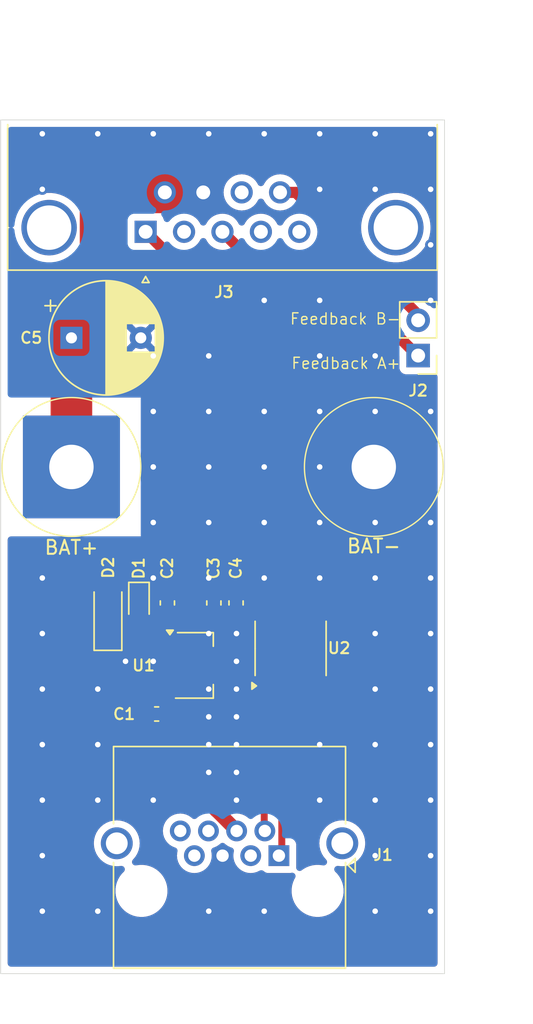
<source format=kicad_pcb>
(kicad_pcb (version 20240108) (generator "pcbnew") (generator_version "8.0")
  (layers (0 "F.Cu" signal) (31 "B.Cu" signal) (34 "B.Paste" user) (35 "F.Paste" user) (36 "B.SilkS" user "B.Silkscreen") (37 "F.SilkS" user "F.Silkscreen") (38 "B.Mask" user) (39 "F.Mask" user) (44 "Edge.Cuts" user))
  (net 0 "")
  (net 1 "GND")
  (net 2 "+3.3V")
  (net 3 "+12V")
  (net 4 "Net-(D1-K)")
  (net 5 "/diff+")
  (net 6 "/PWM_TTL")
  (net 7 "/diff-")
  (net 11 "/Pos_Feedback_A+")
  (net 12 "/Pos_Feedback_B-")
  (net 17 "/+UB")
  (net 18 "/CAN_H")
  (net 19 "/CAN_L")
  (net 20 "/CAN_H_Return")
  (net 21 "/CAN_L_Return")
  (footprint "Capacitor_THT:CP_Radial_D8.0mm_P5.00mm" (layer "F.Cu") (at 142.1 98.7)
    (property "Reference" "C5" (at -2.9 0 0) (layer "F.SilkS") (effects (font (size 0.8 0.8))))
    (property "Value" "100uF/50V")
    (fp_line (start -1.909698 -2.315) (end -1.109698 -2.315) (stroke (width 0.12)) (layer "F.SilkS"))
    (fp_line (start -1.509698 -2.715) (end -1.509698 -1.915) (stroke (width 0.12)) (layer "F.SilkS"))
    (fp_line (start 2.5 -4.08) (end 2.5 4.08) (stroke (width 0.12)) (layer "F.SilkS"))
    (fp_line (start 2.54 -4.08) (end 2.54 4.08) (stroke (width 0.12)) (layer "F.SilkS"))
    (fp_line (start 2.58 -4.08) (end 2.58 4.08) (stroke (width 0.12)) (layer "F.SilkS"))
    (fp_line (start 2.62 -4.079) (end 2.62 4.079) (stroke (width 0.12)) (layer "F.SilkS"))
    (fp_line (start 2.66 -4.077) (end 2.66 4.077) (stroke (width 0.12)) (layer "F.SilkS"))
    (fp_line (start 2.7 -4.076) (end 2.7 4.076) (stroke (width 0.12)) (layer "F.SilkS"))
    (fp_line (start 2.74 -4.074) (end 2.74 4.074) (stroke (width 0.12)) (layer "F.SilkS"))
    (fp_line (start 2.78 -4.071) (end 2.78 4.071) (stroke (width 0.12)) (layer "F.SilkS"))
    (fp_line (start 2.82 -4.068) (end 2.82 4.068) (stroke (width 0.12)) (layer "F.SilkS"))
    (fp_line (start 2.86 -4.065) (end 2.86 4.065) (stroke (width 0.12)) (layer "F.SilkS"))
    (fp_line (start 2.9 -4.061) (end 2.9 4.061) (stroke (width 0.12)) (layer "F.SilkS"))
    (fp_line (start 2.94 -4.057) (end 2.94 4.057) (stroke (width 0.12)) (layer "F.SilkS"))
    (fp_line (start 2.98 -4.052) (end 2.98 4.052) (stroke (width 0.12)) (layer "F.SilkS"))
    (fp_line (start 3.02 -4.048) (end 3.02 4.048) (stroke (width 0.12)) (layer "F.SilkS"))
    (fp_line (start 3.06 -4.042) (end 3.06 4.042) (stroke (width 0.12)) (layer "F.SilkS"))
    (fp_line (start 3.1 -4.037) (end 3.1 4.037) (stroke (width 0.12)) (layer "F.SilkS"))
    (fp_line (start 3.14 -4.03) (end 3.14 4.03) (stroke (width 0.12)) (layer "F.SilkS"))
    (fp_line (start 3.18 -4.024) (end 3.18 4.024) (stroke (width 0.12)) (layer "F.SilkS"))
    (fp_line (start 3.221 -4.017) (end 3.221 4.017) (stroke (width 0.12)) (layer "F.SilkS"))
    (fp_line (start 3.261 -4.01) (end 3.261 4.01) (stroke (width 0.12)) (layer "F.SilkS"))
    (fp_line (start 3.301 -4.002) (end 3.301 4.002) (stroke (width 0.12)) (layer "F.SilkS"))
    (fp_line (start 3.341 -3.994) (end 3.341 3.994) (stroke (width 0.12)) (layer "F.SilkS"))
    (fp_line (start 3.381 -3.985) (end 3.381 3.985) (stroke (width 0.12)) (layer "F.SilkS"))
    (fp_line (start 3.421 -3.976) (end 3.421 3.976) (stroke (width 0.12)) (layer "F.SilkS"))
    (fp_line (start 3.461 -3.967) (end 3.461 3.967) (stroke (width 0.12)) (layer "F.SilkS"))
    (fp_line (start 3.501 -3.957) (end 3.501 3.957) (stroke (width 0.12)) (layer "F.SilkS"))
    (fp_line (start 3.541 -3.947) (end 3.541 3.947) (stroke (width 0.12)) (layer "F.SilkS"))
    (fp_line (start 3.581 -3.936) (end 3.581 3.936) (stroke (width 0.12)) (layer "F.SilkS"))
    (fp_line (start 3.621 -3.925) (end 3.621 3.925) (stroke (width 0.12)) (layer "F.SilkS"))
    (fp_line (start 3.661 -3.914) (end 3.661 3.914) (stroke (width 0.12)) (layer "F.SilkS"))
    (fp_line (start 3.701 -3.902) (end 3.701 3.902) (stroke (width 0.12)) (layer "F.SilkS"))
    (fp_line (start 3.741 -3.889) (end 3.741 3.889) (stroke (width 0.12)) (layer "F.SilkS"))
    (fp_line (start 3.781 -3.877) (end 3.781 3.877) (stroke (width 0.12)) (layer "F.SilkS"))
    (fp_line (start 3.821 -3.863) (end 3.821 3.863) (stroke (width 0.12)) (layer "F.SilkS"))
    (fp_line (start 3.861 -3.85) (end 3.861 3.85) (stroke (width 0.12)) (layer "F.SilkS"))
    (fp_line (start 3.901 -3.835) (end 3.901 3.835) (stroke (width 0.12)) (layer "F.SilkS"))
    (fp_line (start 3.941 -3.821) (end 3.941 3.821) (stroke (width 0.12)) (layer "F.SilkS"))
    (fp_line (start 3.981 -3.805) (end 3.981 -1.04) (stroke (width 0.12)) (layer "F.SilkS"))
    (fp_line (start 3.981 1.04) (end 3.981 3.805) (stroke (width 0.12)) (layer "F.SilkS"))
    (fp_line (start 4.021 -3.79) (end 4.021 -1.04) (stroke (width 0.12)) (layer "F.SilkS"))
    (fp_line (start 4.021 1.04) (end 4.021 3.79) (stroke (width 0.12)) (layer "F.SilkS"))
    (fp_line (start 4.061 -3.774) (end 4.061 -1.04) (stroke (width 0.12)) (layer "F.SilkS"))
    (fp_line (start 4.061 1.04) (end 4.061 3.774) (stroke (width 0.12)) (layer "F.SilkS"))
    (fp_line (start 4.101 -3.757) (end 4.101 -1.04) (stroke (width 0.12)) (layer "F.SilkS"))
    (fp_line (start 4.101 1.04) (end 4.101 3.757) (stroke (width 0.12)) (layer "F.SilkS"))
    (fp_line (start 4.141 -3.74) (end 4.141 -1.04) (stroke (width 0.12)) (layer "F.SilkS"))
    (fp_line (start 4.141 1.04) (end 4.141 3.74) (stroke (width 0.12)) (layer "F.SilkS"))
    (fp_line (start 4.181 -3.722) (end 4.181 -1.04) (stroke (width 0.12)) (layer "F.SilkS"))
    (fp_line (start 4.181 1.04) (end 4.181 3.722) (stroke (width 0.12)) (layer "F.SilkS"))
    (fp_line (start 4.221 -3.704) (end 4.221 -1.04) (stroke (width 0.12)) (layer "F.SilkS"))
    (fp_line (start 4.221 1.04) (end 4.221 3.704) (stroke (width 0.12)) (layer "F.SilkS"))
    (fp_line (start 4.261 -3.686) (end 4.261 -1.04) (stroke (width 0.12)) (layer "F.SilkS"))
    (fp_line (start 4.261 1.04) (end 4.261 3.686) (stroke (width 0.12)) (layer "F.SilkS"))
    (fp_line (start 4.301 -3.666) (end 4.301 -1.04) (stroke (width 0.12)) (layer "F.SilkS"))
    (fp_line (start 4.301 1.04) (end 4.301 3.666) (stroke (width 0.12)) (layer "F.SilkS"))
    (fp_line (start 4.341 -3.647) (end 4.341 -1.04) (stroke (width 0.12)) (layer "F.SilkS"))
    (fp_line (start 4.341 1.04) (end 4.341 3.647) (stroke (width 0.12)) (layer "F.SilkS"))
    (fp_line (start 4.381 -3.627) (end 4.381 -1.04) (stroke (width 0.12)) (layer "F.SilkS"))
    (fp_line (start 4.381 1.04) (end 4.381 3.627) (stroke (width 0.12)) (layer "F.SilkS"))
    (fp_line (start 4.421 -3.606) (end 4.421 -1.04) (stroke (width 0.12)) (layer "F.SilkS"))
    (fp_line (start 4.421 1.04) (end 4.421 3.606) (stroke (width 0.12)) (layer "F.SilkS"))
    (fp_line (start 4.461 -3.584) (end 4.461 -1.04) (stroke (width 0.12)) (layer "F.SilkS"))
    (fp_line (start 4.461 1.04) (end 4.461 3.584) (stroke (width 0.12)) (layer "F.SilkS"))
    (fp_line (start 4.501 -3.562) (end 4.501 -1.04) (stroke (width 0.12)) (layer "F.SilkS"))
    (fp_line (start 4.501 1.04) (end 4.501 3.562) (stroke (width 0.12)) (layer "F.SilkS"))
    (fp_line (start 4.541 -3.54) (end 4.541 -1.04) (stroke (width 0.12)) (layer "F.SilkS"))
    (fp_line (start 4.541 1.04) (end 4.541 3.54) (stroke (width 0.12)) (layer "F.SilkS"))
    (fp_line (start 4.581 -3.517) (end 4.581 -1.04) (stroke (width 0.12)) (layer "F.SilkS"))
    (fp_line (start 4.581 1.04) (end 4.581 3.517) (stroke (width 0.12)) (layer "F.SilkS"))
    (fp_line (start 4.621 -3.493) (end 4.621 -1.04) (stroke (width 0.12)) (layer "F.SilkS"))
    (fp_line (start 4.621 1.04) (end 4.621 3.493) (stroke (width 0.12)) (layer "F.SilkS"))
    (fp_line (start 4.661 -3.469) (end 4.661 -1.04) (stroke (width 0.12)) (layer "F.SilkS"))
    (fp_line (start 4.661 1.04) (end 4.661 3.469) (stroke (width 0.12)) (layer "F.SilkS"))
    (fp_line (start 4.701 -3.444) (end 4.701 -1.04) (stroke (width 0.12)) (layer "F.SilkS"))
    (fp_line (start 4.701 1.04) (end 4.701 3.444) (stroke (width 0.12)) (layer "F.SilkS"))
    (fp_line (start 4.741 -3.418) (end 4.741 -1.04) (stroke (width 0.12)) (layer "F.SilkS"))
    (fp_line (start 4.741 1.04) (end 4.741 3.418) (stroke (width 0.12)) (layer "F.SilkS"))
    (fp_line (start 4.781 -3.392) (end 4.781 -1.04) (stroke (width 0.12)) (layer "F.SilkS"))
    (fp_line (start 4.781 1.04) (end 4.781 3.392) (stroke (width 0.12)) (layer "F.SilkS"))
    (fp_line (start 4.821 -3.365) (end 4.821 -1.04) (stroke (width 0.12)) (layer "F.SilkS"))
    (fp_line (start 4.821 1.04) (end 4.821 3.365) (stroke (width 0.12)) (layer "F.SilkS"))
    (fp_line (start 4.861 -3.338) (end 4.861 -1.04) (stroke (width 0.12)) (layer "F.SilkS"))
    (fp_line (start 4.861 1.04) (end 4.861 3.338) (stroke (width 0.12)) (layer "F.SilkS"))
    (fp_line (start 4.901 -3.309) (end 4.901 -1.04) (stroke (width 0.12)) (layer "F.SilkS"))
    (fp_line (start 4.901 1.04) (end 4.901 3.309) (stroke (width 0.12)) (layer "F.SilkS"))
    (fp_line (start 4.941 -3.28) (end 4.941 -1.04) (stroke (width 0.12)) (layer "F.SilkS"))
    (fp_line (start 4.941 1.04) (end 4.941 3.28) (stroke (width 0.12)) (layer "F.SilkS"))
    (fp_line (start 4.981 -3.25) (end 4.981 -1.04) (stroke (width 0.12)) (layer "F.SilkS"))
    (fp_line (start 4.981 1.04) (end 4.981 3.25) (stroke (width 0.12)) (layer "F.SilkS"))
    (fp_line (start 5.021 -3.22) (end 5.021 -1.04) (stroke (width 0.12)) (layer "F.SilkS"))
    (fp_line (start 5.021 1.04) (end 5.021 3.22) (stroke (width 0.12)) (layer "F.SilkS"))
    (fp_line (start 5.061 -3.189) (end 5.061 -1.04) (stroke (width 0.12)) (layer "F.SilkS"))
    (fp_line (start 5.061 1.04) (end 5.061 3.189) (stroke (width 0.12)) (layer "F.SilkS"))
    (fp_line (start 5.101 -3.156) (end 5.101 -1.04) (stroke (width 0.12)) (layer "F.SilkS"))
    (fp_line (start 5.101 1.04) (end 5.101 3.156) (stroke (width 0.12)) (layer "F.SilkS"))
    (fp_line (start 5.141 -3.124) (end 5.141 -1.04) (stroke (width 0.12)) (layer "F.SilkS"))
    (fp_line (start 5.141 1.04) (end 5.141 3.124) (stroke (width 0.12)) (layer "F.SilkS"))
    (fp_line (start 5.181 -3.09) (end 5.181 -1.04) (stroke (width 0.12)) (layer "F.SilkS"))
    (fp_line (start 5.181 1.04) (end 5.181 3.09) (stroke (width 0.12)) (layer "F.SilkS"))
    (fp_line (start 5.221 -3.055) (end 5.221 -1.04) (stroke (width 0.12)) (layer "F.SilkS"))
    (fp_line (start 5.221 1.04) (end 5.221 3.055) (stroke (width 0.12)) (layer "F.SilkS"))
    (fp_line (start 5.261 -3.019) (end 5.261 -1.04) (stroke (width 0.12)) (layer "F.SilkS"))
    (fp_line (start 5.261 1.04) (end 5.261 3.019) (stroke (width 0.12)) (layer "F.SilkS"))
    (fp_line (start 5.301 -2.983) (end 5.301 -1.04) (stroke (width 0.12)) (layer "F.SilkS"))
    (fp_line (start 5.301 1.04) (end 5.301 2.983) (stroke (width 0.12)) (layer "F.SilkS"))
    (fp_line (start 5.341 -2.945) (end 5.341 -1.04) (stroke (width 0.12)) (layer "F.SilkS"))
    (fp_line (start 5.341 1.04) (end 5.341 2.945) (stroke (width 0.12)) (layer "F.SilkS"))
    (fp_line (start 5.381 -2.907) (end 5.381 -1.04) (stroke (width 0.12)) (layer "F.SilkS"))
    (fp_line (start 5.381 1.04) (end 5.381 2.907) (stroke (width 0.12)) (layer "F.SilkS"))
    (fp_line (start 5.421 -2.867) (end 5.421 -1.04) (stroke (width 0.12)) (layer "F.SilkS"))
    (fp_line (start 5.421 1.04) (end 5.421 2.867) (stroke (width 0.12)) (layer "F.SilkS"))
    (fp_line (start 5.461 -2.826) (end 5.461 -1.04) (stroke (width 0.12)) (layer "F.SilkS"))
    (fp_line (start 5.461 1.04) (end 5.461 2.826) (stroke (width 0.12)) (layer "F.SilkS"))
    (fp_line (start 5.501 -2.784) (end 5.501 -1.04) (stroke (width 0.12)) (layer "F.SilkS"))
    (fp_line (start 5.501 1.04) (end 5.501 2.784) (stroke (width 0.12)) (layer "F.SilkS"))
    (fp_line (start 5.541 -2.741) (end 5.541 -1.04) (stroke (width 0.12)) (layer "F.SilkS"))
    (fp_line (start 5.541 1.04) (end 5.541 2.741) (stroke (width 0.12)) (layer "F.SilkS"))
    (fp_line (start 5.581 -2.697) (end 5.581 -1.04) (stroke (width 0.12)) (layer "F.SilkS"))
    (fp_line (start 5.581 1.04) (end 5.581 2.697) (stroke (width 0.12)) (layer "F.SilkS"))
    (fp_line (start 5.621 -2.651) (end 5.621 -1.04) (stroke (width 0.12)) (layer "F.SilkS"))
    (fp_line (start 5.621 1.04) (end 5.621 2.651) (stroke (width 0.12)) (layer "F.SilkS"))
    (fp_line (start 5.661 -2.604) (end 5.661 -1.04) (stroke (width 0.12)) (layer "F.SilkS"))
    (fp_line (start 5.661 1.04) (end 5.661 2.604) (stroke (width 0.12)) (layer "F.SilkS"))
    (fp_line (start 5.701 -2.556) (end 5.701 -1.04) (stroke (width 0.12)) (layer "F.SilkS"))
    (fp_line (start 5.701 1.04) (end 5.701 2.556) (stroke (width 0.12)) (layer "F.SilkS"))
    (fp_line (start 5.741 -2.505) (end 5.741 -1.04) (stroke (width 0.12)) (layer "F.SilkS"))
    (fp_line (start 5.741 1.04) (end 5.741 2.505) (stroke (width 0.12)) (layer "F.SilkS"))
    (fp_line (start 5.781 -2.454) (end 5.781 -1.04) (stroke (width 0.12)) (layer "F.SilkS"))
    (fp_line (start 5.781 1.04) (end 5.781 2.454) (stroke (width 0.12)) (layer "F.SilkS"))
    (fp_line (start 5.821 -2.4) (end 5.821 -1.04) (stroke (width 0.12)) (layer "F.SilkS"))
    (fp_line (start 5.821 1.04) (end 5.821 2.4) (stroke (width 0.12)) (layer "F.SilkS"))
    (fp_line (start 5.861 -2.345) (end 5.861 -1.04) (stroke (width 0.12)) (layer "F.SilkS"))
    (fp_line (start 5.861 1.04) (end 5.861 2.345) (stroke (width 0.12)) (layer "F.SilkS"))
    (fp_line (start 5.901 -2.287) (end 5.901 -1.04) (stroke (width 0.12)) (layer "F.SilkS"))
    (fp_line (start 5.901 1.04) (end 5.901 2.287) (stroke (width 0.12)) (layer "F.SilkS"))
    (fp_line (start 5.941 -2.228) (end 5.941 -1.04) (stroke (width 0.12)) (layer "F.SilkS"))
    (fp_line (start 5.941 1.04) (end 5.941 2.228) (stroke (width 0.12)) (layer "F.SilkS"))
    (fp_line (start 5.981 -2.166) (end 5.981 -1.04) (stroke (width 0.12)) (layer "F.SilkS"))
    (fp_line (start 5.981 1.04) (end 5.981 2.166) (stroke (width 0.12)) (layer "F.SilkS"))
    (fp_line (start 6.021 -2.102) (end 6.021 -1.04) (stroke (width 0.12)) (layer "F.SilkS"))
    (fp_line (start 6.021 1.04) (end 6.021 2.102) (stroke (width 0.12)) (layer "F.SilkS"))
    (fp_line (start 6.061 -2.034) (end 6.061 2.034) (stroke (width 0.12)) (layer "F.SilkS"))
    (fp_line (start 6.101 -1.964) (end 6.101 1.964) (stroke (width 0.12)) (layer "F.SilkS"))
    (fp_line (start 6.141 -1.89) (end 6.141 1.89) (stroke (width 0.12)) (layer "F.SilkS"))
    (fp_line (start 6.181 -1.813) (end 6.181 1.813) (stroke (width 0.12)) (layer "F.SilkS"))
    (fp_line (start 6.221 -1.731) (end 6.221 1.731) (stroke (width 0.12)) (layer "F.SilkS"))
    (fp_line (start 6.261 -1.645) (end 6.261 1.645) (stroke (width 0.12)) (layer "F.SilkS"))
    (fp_line (start 6.301 -1.552) (end 6.301 1.552) (stroke (width 0.12)) (layer "F.SilkS"))
    (fp_line (start 6.341 -1.453) (end 6.341 1.453) (stroke (width 0.12)) (layer "F.SilkS"))
    (fp_line (start 6.381 -1.346) (end 6.381 1.346) (stroke (width 0.12)) (layer "F.SilkS"))
    (fp_line (start 6.421 -1.229) (end 6.421 1.229) (stroke (width 0.12)) (layer "F.SilkS"))
    (fp_line (start 6.461 -1.098) (end 6.461 1.098) (stroke (width 0.12)) (layer "F.SilkS"))
    (fp_line (start 6.501 -0.948) (end 6.501 0.948) (stroke (width 0.12)) (layer "F.SilkS"))
    (fp_line (start 6.541 -0.768) (end 6.541 0.768) (stroke (width 0.12)) (layer "F.SilkS"))
    (fp_line (start 6.581 -0.533) (end 6.581 0.533) (stroke (width 0.12)) (layer "F.SilkS"))
    (fp_circle (center 2.5 0) (end 6.62 0) (stroke (width 0.12)) (fill none) (layer "F.SilkS"))
    (pad "1" thru_hole rect (at 0 0) (size 1.6 1.6) (drill 0.8) (layers "*.Cu" "*.Mask") (net 17 "/+UB"))
    (pad "2" thru_hole circle (at 5 0) (size 1.6 1.6) (drill 0.8) (layers "*.Cu" "*.Mask") (net 1 "GND"))
  )
  (footprint "Connector_RJ:RJ45_Amphenol_RJHSE5380" (layer "F.Cu") (at 157.06 136 180)
    (property "Reference" "J1" (at -7.515 0.05 0) (layer "F.SilkS") (effects (font (size 0.8 0.8))))
    (property "Value" "RJ45_Shielded")
    (fp_line (start 11.925 7.86) (end 11.925 2.3) (stroke (width 0.12)) (layer "F.SilkS"))
    (fp_line (start 11.925 -8.11) (end 11.925 -0.5) (stroke (width 0.12)) (layer "F.SilkS"))
    (fp_line (start -4.76 7.86) (end 11.925 7.86) (stroke (width 0.12)) (layer "F.SilkS"))
    (fp_line (start -4.76 -8.11) (end 11.88 -8.11) (stroke (width 0.12)) (layer "F.SilkS"))
    (fp_line (start -4.805 7.86) (end -4.805 2.3) (stroke (width 0.12)) (layer "F.SilkS"))
    (fp_line (start -4.805 -8.11) (end -4.805 -0.5) (stroke (width 0.12)) (layer "F.SilkS"))
    (fp_line (start -5 -0.7) (end -5.5 -0.2) (stroke (width 0.12)) (layer "F.SilkS"))
    (fp_line (start -5.5 -0.2) (end -5.5 -1.2) (stroke (width 0.12)) (layer "F.SilkS"))
    (fp_line (start -5.5 -1.2) (end -5 -0.7) (stroke (width 0.12)) (layer "F.SilkS"))
    (pad "" np_thru_hole circle (at -2.79 -2.54 180) (size 3.25 3.25) (drill 3.25) (layers "*.Cu" "*.Mask"))
    (pad "" np_thru_hole circle (at 9.91 -2.54 180) (size 3.25 3.25) (drill 3.25) (layers "*.Cu" "*.Mask"))
    (pad "1" thru_hole rect (at 0 0 180) (size 1.5 1.5) (drill 0.89) (layers "*.Cu" "*.Mask") (net 5 "/diff+"))
    (pad "2" thru_hole circle (at 1.016 1.78 180) (size 1.5 1.5) (drill 0.89) (layers "*.Cu" "*.Mask") (net 7 "/diff-"))
    (pad "3" thru_hole circle (at 2.032 0 180) (size 1.5 1.5) (drill 0.89) (layers "*.Cu" "*.Mask") (net 18 "/CAN_H"))
    (pad "4" thru_hole circle (at 3.048 1.78 180) (size 1.5 1.5) (drill 0.89) (layers "*.Cu" "*.Mask") (net 3 "+12V"))
    (pad "5" thru_hole circle (at 4.064 0 180) (size 1.5 1.5) (drill 0.89) (layers "*.Cu" "*.Mask") (net 1 "GND"))
    (pad "6" thru_hole circle (at 5.08 1.78 180) (size 1.5 1.5) (drill 0.89) (layers "*.Cu" "*.Mask") (net 19 "/CAN_L"))
    (pad "7" thru_hole circle (at 6.096 0 180) (size 1.5 1.5) (drill 0.89) (layers "*.Cu" "*.Mask") (net 20 "/CAN_H_Return"))
    (pad "8" thru_hole circle (at 7.112 1.78 180) (size 1.5 1.5) (drill 0.89) (layers "*.Cu" "*.Mask") (net 21 "/CAN_L_Return"))
    (pad "SH" thru_hole circle (at -4.57 0.89 180) (size 2.3 2.3) (drill 1.57) (layers "*.Cu" "*.Mask"))
    (pad "SH" thru_hole circle (at 11.69 0.89 180) (size 2.3 2.3) (drill 1.57) (layers "*.Cu" "*.Mask"))
  )
  (footprint "Capacitor_SMD:C_0603_1608Metric" (layer "F.Cu") (at 148.245 125.795 180)
    (property "Reference" "C1" (at 2.345 -0.005 0) (layer "F.SilkS") (effects (font (size 0.8 0.8))))
    (property "Value" "1uF/25V")
    (fp_line (start -0.14058 0.51) (end 0.14058 0.51) (stroke (width 0.12)) (layer "F.SilkS"))
    (fp_line (start -0.14058 -0.51) (end 0.14058 -0.51) (stroke (width 0.12)) (layer "F.SilkS"))
    (pad "1" smd roundrect (at -0.775 0 180) (size 0.9 0.95) (layers "F.Cu" "F.Paste" "F.Mask") (net 3 "+12V"))
    (pad "2" smd roundrect (at 0.775 0 180) (size 0.9 0.95) (layers "F.Cu" "F.Paste" "F.Mask") (net 1 "GND"))
  )
  (footprint "Connector_PinHeader_2.54mm:PinHeader_1x02_P2.54mm_Vertical" (layer "F.Cu") (at 167.1 99.975 180)
    (property "Reference" "J2" (at 0 -2.525 180) (layer "F.SilkS") (effects (font (size 0.8 0.8))))
    (property "Value" "Pos_Feedback" (hide yes))
    (fp_line (start 1.33 1.27) (end 1.33 3.87) (stroke (width 0.12)) (layer "F.SilkS"))
    (fp_line (start -1.33 3.87) (end 1.33 3.87) (stroke (width 0.12)) (layer "F.SilkS"))
    (fp_line (start -1.33 1.27) (end 1.33 1.27) (stroke (width 0.12)) (layer "F.SilkS"))
    (fp_line (start -1.33 1.27) (end -1.33 3.87) (stroke (width 0.12)) (layer "F.SilkS"))
    (fp_line (start -1.33 0) (end -1.33 -1.33) (stroke (width 0.12)) (layer "F.SilkS"))
    (fp_line (start -1.33 -1.33) (end 0 -1.33) (stroke (width 0.12)) (layer "F.SilkS"))
    (pad "1" thru_hole rect (at 0 0 180) (size 1.7 1.7) (drill 1) (layers "*.Cu" "*.Mask") (net 11 "/Pos_Feedback_A+"))
    (pad "2" thru_hole oval (at 0 2.54 180) (size 1.7 1.7) (drill 1) (layers "*.Cu" "*.Mask") (net 12 "/Pos_Feedback_B-"))
  )
  (footprint "Connector_Dsub:DSUB-9_Female_Horizontal_P2.77x2.84mm_EdgePinOffset4.94mm_Housed_MountingHolesOffset7.48mm" (layer "F.Cu") (at 147.45 91.060662 180)
    (property "Reference" "J3" (at -5.65 -4.339338 0) (layer "F.SilkS") (effects (font (size 0.8 0.8))))
    (property "Value" "DE9_Receptacle_MountingHoles")
    (fp_line (start 9.945 -2.76) (end 9.945 7.72) (stroke (width 0.12)) (layer "F.SilkS"))
    (fp_line (start 0.25 -3.654338) (end 0 -3.221325) (stroke (width 0.12)) (layer "F.SilkS"))
    (fp_line (start 0 -3.221325) (end -0.25 -3.654338) (stroke (width 0.12)) (layer "F.SilkS"))
    (fp_line (start -0.25 -3.654338) (end 0.25 -3.654338) (stroke (width 0.12)) (layer "F.SilkS"))
    (fp_line (start -21.025 7.72) (end -21.025 -2.76) (stroke (width 0.12)) (layer "F.SilkS"))
    (fp_line (start -21.025 -2.76) (end 9.945 -2.76) (stroke (width 0.12)) (layer "F.SilkS"))
    (pad "0" thru_hole circle (at -18.04 0.3 180) (size 4 4) (drill 3.2) (layers "*.Cu" "*.Mask"))
    (pad "0" thru_hole circle (at 6.96 0.3 180) (size 4 4) (drill 3.2) (layers "*.Cu" "*.Mask"))
    (pad "1" thru_hole rect (at 0 0 180) (size 1.6 1.6) (drill 1) (layers "*.Cu" "*.Mask") (net 6 "/PWM_TTL"))
    (pad "2" thru_hole circle (at -2.77 0 180) (size 1.6 1.6) (drill 1) (layers "*.Cu" "*.Mask"))
    (pad "3" thru_hole circle (at -5.54 0 180) (size 1.6 1.6) (drill 1) (layers "*.Cu" "*.Mask") (net 11 "/Pos_Feedback_A+"))
    (pad "4" thru_hole circle (at -8.31 0 180) (size 1.6 1.6) (drill 1) (layers "*.Cu" "*.Mask"))
    (pad "5" thru_hole circle (at -11.08 0 180) (size 1.6 1.6) (drill 1) (layers "*.Cu" "*.Mask"))
    (pad "6" thru_hole circle (at -1.385 2.84 180) (size 1.6 1.6) (drill 1) (layers "*.Cu" "*.Mask") (net 17 "/+UB"))
    (pad "7" thru_hole circle (at -4.155 2.84 180) (size 1.6 1.6) (drill 1) (layers "*.Cu" "*.Mask") (net 1 "GND"))
    (pad "8" thru_hole circle (at -6.925 2.84 180) (size 1.6 1.6) (drill 1) (layers "*.Cu" "*.Mask"))
    (pad "9" thru_hole circle (at -9.695 2.84 180) (size 1.6 1.6) (drill 1) (layers "*.Cu" "*.Mask") (net 12 "/Pos_Feedback_B-"))
  )
  (footprint "Capacitor_SMD:C_0603_1608Metric" (layer "F.Cu") (at 149.02 117.795 90)
    (property "Reference" "C2" (at 2.495 -0.02 90) (layer "F.SilkS") (effects (font (size 0.8 0.8))))
    (property "Value" "1uF/25V")
    (fp_line (start -0.14058 -0.51) (end 0.14058 -0.51) (stroke (width 0.12)) (layer "F.SilkS"))
    (fp_line (start -0.14058 0.51) (end 0.14058 0.51) (stroke (width 0.12)) (layer "F.SilkS"))
    (pad "1" smd roundrect (at -0.775 0 90) (size 0.9 0.95) (layers "F.Cu" "F.Paste" "F.Mask") (net 2 "+3.3V"))
    (pad "2" smd roundrect (at 0.775 0 90) (size 0.9 0.95) (layers "F.Cu" "F.Paste" "F.Mask") (net 1 "GND"))
  )
  (footprint "Diode_SMD:S-562T" (layer "F.Cu") (at 144.735 118.71 90)
    (property "Reference" "D2" (at 3.46 0.015 90) (layer "F.SilkS") (effects (font (size 0.8 0.8))))
    (property "Value" "S-562T")
    (fp_line (start -2.5 -1) (end 1.7 -1) (stroke (width 0.12)) (layer "F.SilkS"))
    (fp_line (start -2.5 -1) (end -2.5 1) (stroke (width 0.12)) (layer "F.SilkS"))
    (fp_line (start -2.5 1) (end 1.7 1) (stroke (width 0.12)) (layer "F.SilkS"))
    (pad "1" smd roundrect (at -1.7 0 90) (size 1.2 1.6) (layers "F.Cu" "F.Paste" "F.Mask") (roundrect_rratio 0.1388888889) (net 1 "GND"))
    (pad "2" smd roundrect (at 1.7 0 90) (size 1.2 1.6) (layers "F.Cu" "F.Paste" "F.Mask") (roundrect_rratio 0.1388888889) (net 4 "Net-(D1-K)"))
  )
  (footprint "Package_TO_SOT_SMD:SOT-89-3" (layer "F.Cu") (at 150.97 122.295)
    (property "Reference" "U1" (at -3.67 0.005 0) (layer "F.SilkS") (effects (font (size 0.8 0.8))))
    (property "Value" "XC6220B331MR")
    (fp_line (start -1.22 -2.36) (end 1.36 -2.36) (stroke (width 0.12)) (layer "F.SilkS"))
    (fp_line (start 1.36 -1.38) (end 1.36 -2.36) (stroke (width 0.12)) (layer "F.SilkS"))
    (fp_line (start 1.36 1.38) (end 1.36 2.36) (stroke (width 0.12)) (layer "F.SilkS"))
    (fp_line (start 1.36 2.36) (end -1.36 2.36) (stroke (width 0.12)) (layer "F.SilkS"))
    (fp_poly (pts (xy -1.77 -2.21) (xy -2.01 -2.54) (xy -1.53 -2.54) (xy -1.77 -2.21)) (stroke (width 0.12)) (fill solid) (layer "F.SilkS"))
    (pad "1" smd roundrect (at -1.95 -1.5) (size 1.3 0.9) (layers "F.Cu" "F.Paste" "F.Mask") (net 2 "+3.3V"))
    (pad "2" smd custom (at -1.8625 0) (size 1.475 0.9) (layers "F.Cu" "F.Paste" "F.Mask") (net 1 "GND") (options (clearance outline) (anchor rect)) (primitives (gr_poly (pts (xy 3.8625 0.8665) (xy 0.7375 0.8665) (xy 0.7375 -0.8665) (xy 3.8625 -0.8665)) (width 0) (fill yes))))
    (pad "3" smd roundrect (at -1.95 1.5) (size 1.3 0.9) (layers "F.Cu" "F.Paste" "F.Mask") (net 3 "+12V"))
  )
  (footprint "MountingHole:MountingHole_3.2mm_M3_DIN965_Pad_TopBottom" (layer "F.Cu") (at 163.9 108)
    (property "Reference" "H2" (hide yes))
    (property "Value" "BAT-" (at 0 5.7 0) (layer "F.SilkS"))
    (pad "1" thru_hole circle (at 0 0) (size 3.6 3.6) (drill 3.2) (layers "*.Cu" "*.Mask") (net 1 "GND"))
    (pad "1" connect circle (at 0 0) (size 5.6 5.6) (layers "F.Cu" "F.Mask") (net 1 "GND"))
    (pad "1" connect circle (at 0 0) (size 5.6 5.6) (layers "B.Cu" "B.Mask") (net 1 "GND"))
  )
  (footprint "Capacitor_SMD:C_0603_1608Metric" (layer "F.Cu") (at 153.97 117.795 90)
    (property "Reference" "C4" (at 2.495 -0.02 90) (layer "F.SilkS") (effects (font (size 0.8 0.8))))
    (property "Value" "1nF/16V")
    (fp_line (start -0.14058 -0.51) (end 0.14058 -0.51) (stroke (width 0.12)) (layer "F.SilkS"))
    (fp_line (start -0.14058 0.51) (end 0.14058 0.51) (stroke (width 0.12)) (layer "F.SilkS"))
    (pad "1" smd roundrect (at -0.775 0 90) (size 0.9 0.95) (layers "F.Cu" "F.Paste" "F.Mask") (net 2 "+3.3V"))
    (pad "2" smd roundrect (at 0.775 0 90) (size 0.9 0.95) (layers "F.Cu" "F.Paste" "F.Mask") (net 1 "GND"))
  )
  (footprint "Capacitor_SMD:C_0603_1608Metric" (layer "F.Cu") (at 152.37 117.795 90)
    (property "Reference" "C3" (at 2.495 -0.02 90) (layer "F.SilkS") (effects (font (size 0.8 0.8))))
    (property "Value" "0.1uF/50V")
    (fp_line (start -0.14058 -0.51) (end 0.14058 -0.51) (stroke (width 0.12)) (layer "F.SilkS"))
    (fp_line (start -0.14058 0.51) (end 0.14058 0.51) (stroke (width 0.12)) (layer "F.SilkS"))
    (pad "1" smd roundrect (at -0.775 0 90) (size 0.9 0.95) (layers "F.Cu" "F.Paste" "F.Mask") (net 2 "+3.3V"))
    (pad "2" smd roundrect (at 0.775 0 90) (size 0.9 0.95) (layers "F.Cu" "F.Paste" "F.Mask") (net 1 "GND"))
  )
  (footprint "LED_SMD:LED_0603_1608Metric" (layer "F.Cu") (at 146.97 117.8 -90)
    (property "Reference" "D1" (at -2.5 0.02 90) (layer "F.SilkS") (effects (font (size 0.8 0.8))))
    (property "Value" "LED (Y/G)")
    (fp_line (start -1.485 0.735) (end 0.8 0.735) (stroke (width 0.12)) (layer "F.SilkS"))
    (fp_line (start -1.485 -0.735) (end -1.485 0.735) (stroke (width 0.12)) (layer "F.SilkS"))
    (fp_line (start 0.8 -0.735) (end -1.485 -0.735) (stroke (width 0.12)) (layer "F.SilkS"))
    (pad "1" smd roundrect (at -0.7875 0 270) (size 0.875 0.95) (layers "F.Cu" "F.Paste" "F.Mask") (net 4 "Net-(D1-K)"))
    (pad "2" smd roundrect (at 0.7875 0 270) (size 0.875 0.95) (layers "F.Cu" "F.Paste" "F.Mask") (net 2 "+3.3V"))
  )
  (footprint "MountingHole:MountingHole_3.2mm_M3_DIN965_Pad_TopBottom" (layer "F.Cu") (at 142.1 108)
    (property "Reference" "H1" (hide yes))
    (property "Value" "BAT+" (at 0 5.8 0) (layer "F.SilkS"))
    (pad "1" thru_hole circle (at 0 0) (size 3.6 3.6) (drill 3.2) (layers "*.Cu" "*.Mask") (net 17 "/+UB"))
    (pad "1" connect circle (at 0 0) (size 5.6 5.6) (layers "F.Cu" "F.Mask") (net 17 "/+UB"))
    (pad "1" connect circle (at 0 0) (size 5.6 5.6) (layers "B.Cu" "B.Mask") (net 17 "/+UB"))
  )
  (footprint "Package_SO:SOIC-8_3.9x4.9mm_P1.27mm" (layer "F.Cu") (at 157.905 121.07 90)
    (property "Reference" "U2" (at 0.02 3.495 180) (layer "F.SilkS") (effects (font (size 0.8 0.8))))
    (property "Value" "SN65LVDS2D")
    (fp_line (start 0 -2.56) (end 1.95 -2.56) (stroke (width 0.12)) (layer "F.SilkS"))
    (fp_line (start 0 -2.56) (end -1.95 -2.56) (stroke (width 0.12)) (layer "F.SilkS"))
    (fp_line (start 0 2.56) (end 1.95 2.56) (stroke (width 0.12)) (layer "F.SilkS"))
    (fp_line (start 0 2.56) (end -1.95 2.56) (stroke (width 0.12)) (layer "F.SilkS"))
    (fp_poly (pts (xy -2.7 -2.465) (xy -2.94 -2.795) (xy -2.46 -2.795) (xy -2.7 -2.465)) (stroke (width 0.12)) (fill solid) (layer "F.SilkS"))
    (pad "1" smd roundrect (at -2.475 -1.905 90) (size 1.95 0.6) (layers "F.Cu" "F.Paste" "F.Mask") (net 7 "/diff-"))
    (pad "2" smd roundrect (at -2.475 -0.635 90) (size 1.95 0.6) (layers "F.Cu" "F.Paste" "F.Mask") (net 5 "/diff+"))
    (pad "3" smd roundrect (at -2.475 0.635 90) (size 1.95 0.6) (layers "F.Cu" "F.Paste" "F.Mask"))
    (pad "4" smd roundrect (at -2.475 1.905 90) (size 1.95 0.6) (layers "F.Cu" "F.Paste" "F.Mask"))
    (pad "5" smd roundrect (at 2.475 1.905 90) (size 1.95 0.6) (layers "F.Cu" "F.Paste" "F.Mask") (net 1 "GND"))
    (pad "6" smd roundrect (at 2.475 0.635 90) (size 1.95 0.6) (layers "F.Cu" "F.Paste" "F.Mask"))
    (pad "7" smd roundrect (at 2.475 -0.635 90) (size 1.95 0.6) (layers "F.Cu" "F.Paste" "F.Mask") (net 6 "/PWM_TTL"))
    (pad "8" smd roundrect (at 2.475 -1.905 90) (size 1.95 0.6) (layers "F.Cu" "F.Paste" "F.Mask") (net 2 "+3.3V"))
  )
  (gr_rect (start 138.7 104.4) (end 145.5 111.6) (stroke (width 0.2)) (fill solid) (layer "F.Cu") (net 17))
  (gr_rect (start 138.7 104.4) (end 145.5 111.6) (stroke (width 0.2)) (fill solid) (layer "B.Cu") (net 17))
  (gr_circle (center 142.1 108) (end 147.1 108) (stroke (width 0.1)) (fill none) (layer "F.SilkS"))
  (gr_circle (center 163.9 108) (end 168.9 108) (stroke (width 0.1)) (fill none) (layer "F.SilkS"))
  (gr_rect (start 137 83) (end 169 144.5) (stroke (width 0.05)) (fill none) (layer "Edge.Cuts"))
  (gr_text "Feedback B-" (at 157.8 97.8 0) (layer "F.SilkS") (effects (font (size 0.8 0.8) (thickness 0.1)) (justify left bottom)))
  (gr_text "Feedback A+" (at 157.9 101 0) (layer "F.SilkS") (effects (font (size 0.8 0.8) (thickness 0.1)) (justify left bottom)))
  (via (at 156 116) (size 0.8) (drill 0.4) (layers "F.Cu" "B.Cu") (net 1))
  (via (at 152 140) (size 0.8) (drill 0.4) (layers "F.Cu" "B.Cu") (net 1))
  (via (at 154 132) (size 0.8) (drill 0.4) (layers "F.Cu" "B.Cu") (net 1))
  (via (at 164 100) (size 0.8) (drill 0.4) (layers "F.Cu" "B.Cu") (net 1))
  (via (at 152 124) (size 0.8) (drill 0.4) (layers "F.Cu" "B.Cu") (net 1))
  (via (at 152 126) (size 0.8) (drill 0.4) (layers "F.Cu" "B.Cu") (net 1))
  (via (at 160 84) (size 0.8) (drill 0.4) (layers "F.Cu" "B.Cu") (net 1))
  (via (at 168 140) (size 0.8) (drill 0.4) (layers "F.Cu" "B.Cu") (net 1))
  (via (at 168 112) (size 0.8) (drill 0.4) (layers "F.Cu" "B.Cu") (net 1))
  (via (at 140 120) (size 0.8) (drill 0.4) (layers "F.Cu" "B.Cu") (net 1))
  (via (at 164 112) (size 0.8) (drill 0.4) (layers "F.Cu" "B.Cu") (net 1))
  (via (at 154 120) (size 0.8) (drill 0.4) (layers "F.Cu" "B.Cu") (net 1))
  (via (at 148 100) (size 0.8) (drill 0.4) (layers "F.Cu" "B.Cu") (net 1))
  (via (at 148 104) (size 0.8) (drill 0.4) (layers "F.Cu" "B.Cu") (net 1))
  (via (at 156 140) (size 0.8) (drill 0.4) (layers "F.Cu" "B.Cu") (net 1))
  (via (at 168 104) (size 0.8) (drill 0.4) (layers "F.Cu" "B.Cu") (net 1))
  (via (at 164 132) (size 0.8) (drill 0.4) (layers "F.Cu" "B.Cu") (net 1))
  (via (at 168 116) (size 0.8) (drill 0.4) (layers "F.Cu" "B.Cu") (net 1))
  (via (at 160 96) (size 0.8) (drill 0.4) (layers "F.Cu" "B.Cu") (net 1))
  (via (at 140 88) (size 0.8) (drill 0.4) (layers "F.Cu" "B.Cu") (net 1))
  (via (at 144 128) (size 0.8) (drill 0.4) (layers "F.Cu" "B.Cu") (net 1))
  (via (at 164 124) (size 0.8) (drill 0.4) (layers "F.Cu" "B.Cu") (net 1))
  (via (at 148 132) (size 0.8) (drill 0.4) (layers "F.Cu" "B.Cu") (net 1))
  (via (at 168 84) (size 0.8) (drill 0.4) (layers "F.Cu" "B.Cu") (net 1))
  (via (at 152 128) (size 0.8) (drill 0.4) (layers "F.Cu" "B.Cu") (net 1))
  (via (at 154 122) (size 0.8) (drill 0.4) (layers "F.Cu" "B.Cu") (net 1))
  (via (at 168 136) (size 0.8) (drill 0.4) (layers "F.Cu" "B.Cu") (net 1))
  (via (at 140 128) (size 0.8) (drill 0.4) (layers "F.Cu" "B.Cu") (net 1))
  (via (at 148 84) (size 0.8) (drill 0.4) (layers "F.Cu" "B.Cu") (net 1))
  (via (at 154 130) (size 0.8) (drill 0.4) (layers "F.Cu" "B.Cu") (net 1))
  (via (at 160 128) (size 0.8) (drill 0.4) (layers "F.Cu" "B.Cu") (net 1))
  (via (at 164 84) (size 0.8) (drill 0.4) (layers "F.Cu" "B.Cu") (net 1))
  (via (at 160 100) (size 0.8) (drill 0.4) (layers "F.Cu" "B.Cu") (net 1))
  (via (at 152 100) (size 0.8) (drill 0.4) (layers "F.Cu" "B.Cu") (net 1))
  (via (at 160 112) (size 0.8) (drill 0.4) (layers "F.Cu" "B.Cu") (net 1))
  (via (at 164 104) (size 0.8) (drill 0.4) (layers "F.Cu" "B.Cu") (net 1))
  (via (at 168 124) (size 0.8) (drill 0.4) (layers "F.Cu" "B.Cu") (net 1))
  (via (at 168 120) (size 0.8) (drill 0.4) (layers "F.Cu" "B.Cu") (net 1))
  (via (at 144 124) (size 0.8) (drill 0.4) (layers "F.Cu" "B.Cu") (net 1))
  (via (at 164 136) (size 0.8) (drill 0.4) (layers "F.Cu" "B.Cu") (net 1))
  (via (at 148 116) (size 0.8) (drill 0.4) (layers "F.Cu" "B.Cu") (net 1))
  (via (at 156 112) (size 0.8) (drill 0.4) (layers "F.Cu" "B.Cu") (net 1))
  (via (at 152 112) (size 0.8) (drill 0.4) (layers "F.Cu" "B.Cu") (net 1))
  (via (at 148 108) (size 0.8) (drill 0.4) (layers "F.Cu" "B.Cu") (net 1))
  (via (at 140 84) (size 0.8) (drill 0.4) (layers "F.Cu" "B.Cu") (net 1))
  (via (at 152 84) (size 0.8) (drill 0.4) (layers "F.Cu" "B.Cu") (net 1))
  (via (at 140 140) (size 0.8) (drill 0.4) (layers "F.Cu" "B.Cu") (net 1))
  (via (at 156 96) (size 0.8) (drill 0.4) (layers "F.Cu" "B.Cu") (net 1))
  (via (at 152 104) (size 0.8) (drill 0.4) (layers "F.Cu" "B.Cu") (net 1))
  (via (at 164 140) (size 0.8) (drill 0.4) (layers "F.Cu" "B.Cu") (net 1))
  (via (at 152 116) (size 0.8) (drill 0.4) (layers "F.Cu" "B.Cu") (net 1))
  (via (at 154 128) (size 0.8) (drill 0.4) (layers "F.Cu" "B.Cu") (net 1))
  (via (at 144 140) (size 0.8) (drill 0.4) (layers "F.Cu" "B.Cu") (net 1))
  (via (at 152 108) (size 0.8) (drill 0.4) (layers "F.Cu" "B.Cu") (net 1))
  (via (at 140 132) (size 0.8) (drill 0.4) (layers "F.Cu" "B.Cu") (net 1))
  (via (at 168 128) (size 0.8) (drill 0.4) (layers "F.Cu" "B.Cu") (net 1))
  (via (at 152 120) (size 0.8) (drill 0.4) (layers "F.Cu" "B.Cu") (net 1))
  (via (at 168 132) (size 0.8) (drill 0.4) (layers "F.Cu" "B.Cu") (net 1))
  (via (at 164 128) (size 0.8) (drill 0.4) (layers "F.Cu" "B.Cu") (net 1))
  (via (at 164 88) (size 0.8) (drill 0.4) (layers "F.Cu" "B.Cu") (net 1))
  (via (at 156 108) (size 0.8) (drill 0.4) (layers "F.Cu" "B.Cu") (net 1))
  (via (at 144 132) (size 0.8) (drill 0.4) (layers "F.Cu" "B.Cu") (net 1))
  (via (at 148 122) (size 0.8) (drill 0.4) (layers "F.Cu" "B.Cu") (net 1))
  (via (at 168 88) (size 0.8) (drill 0.4) (layers "F.Cu" "B.Cu") (net 1))
  (via (at 154 126) (size 0.8) (drill 0.4) (layers "F.Cu" "B.Cu") (net 1))
  (via (at 140 124) (size 0.8) (drill 0.4) (layers "F.Cu" "B.Cu") (net 1))
  (via (at 160 108) (size 0.8) (drill 0.4) (layers "F.Cu" "B.Cu") (net 1))
  (via (at 160 116) (size 0.8) (drill 0.4) (layers "F.Cu" "B.Cu") (net 1))
  (via (at 144 84) (size 0.8) (drill 0.4) (layers "F.Cu" "B.Cu") (net 1))
  (via (at 154 124) (size 0.8) (drill 0.4) (layers "F.Cu" "B.Cu") (net 1))
  (via (at 160 88) (size 0.8) (drill 0.4) (layers "F.Cu" "B.Cu") (net 1))
  (via (at 168 96) (size 0.8) (drill 0.4) (layers "F.Cu" "B.Cu") (net 1))
  (via (at 156 104) (size 0.8) (drill 0.4) (layers "F.Cu" "B.Cu") (net 1))
  (via (at 160 104) (size 0.8) (drill 0.4) (layers "F.Cu" "B.Cu") (net 1))
  (via (at 168 92) (size 0.8) (drill 0.4) (layers "F.Cu" "B.Cu") (net 1))
  (via (at 140 116) (size 0.8) (drill 0.4) (layers "F.Cu" "B.Cu") (net 1))
  (via (at 148 112) (size 0.8) (drill 0.4) (layers "F.Cu" "B.Cu") (net 1))
  (via (at 156 84) (size 0.8) (drill 0.4) (layers "F.Cu" "B.Cu") (net 1))
  (via (at 152 130) (size 0.8) (drill 0.4) (layers "F.Cu" "B.Cu") (net 1))
  (via (at 140 136) (size 0.8) (drill 0.4) (layers "F.Cu" "B.Cu") (net 1))
  (via (at 160 132) (size 0.8) (drill 0.4) (layers "F.Cu" "B.Cu") (net 1))
  (via (at 146 122) (size 0.8) (drill 0.4) (layers "F.Cu" "B.Cu") (net 1))
  (via (at 164 116) (size 0.8) (drill 0.4) (layers "F.Cu" "B.Cu") (net 1))
  (via (at 164 120) (size 0.8) (drill 0.4) (layers "F.Cu" "B.Cu") (net 1))
  (segment (start 146.97 118.5875) (end 149.0025 118.5875) (width 0.5) (layer "F.Cu") (net 2))
  (segment (start 149.02 118.57) (end 155.975 118.57) (width 1) (layer "F.Cu") (net 2))
  (segment (start 149.02 120.795) (end 149.02 118.57) (width 1) (layer "F.Cu") (net 2))
  (segment (start 149.02 125.795) (end 149.02 123.795) (width 1) (layer "F.Cu") (net 3))
  (segment (start 152.58061 132.77) (end 152.57 132.77) (width 1) (layer "F.Cu") (net 3))
  (segment (start 154.012 134.20139) (end 152.58061 132.77) (width 1) (layer "F.Cu") (net 3))
  (segment (start 154.012 134.22) (end 154.012 134.20139) (width 1) (layer "F.Cu") (net 3))
  (segment (start 152.57 132.77) (end 149.02 129.22) (width 1) (layer "F.Cu") (net 3))
  (segment (start 149.02 129.22) (end 149.02 125.795) (width 1) (layer "F.Cu") (net 3))
  (segment (start 146.97 117.0125) (end 144.7375 117.0125) (width 0.5) (layer "F.Cu") (net 4))
  (segment (start 144.7375 117.0125) (end 144.735 117.01) (width 0.5) (layer "F.Cu") (net 4))
  (segment (start 157.27 123.545) (end 157.27 135.79) (width 0.5) (layer "F.Cu") (net 5))
  (segment (start 157.27 135.79) (end 157.06 136) (width 0.5) (layer "F.Cu") (net 5))
  (segment (start 147.460662 91.060662) (end 147.45 91.060662) (width 0.8) (layer "F.Cu") (net 6))
  (segment (start 157.27 100.87) (end 147.460662 91.060662) (width 0.8) (layer "F.Cu") (net 6))
  (segment (start 157.27 118.595) (end 157.27 100.87) (width 0.8) (layer "F.Cu") (net 6))
  (segment (start 156 123.545) (end 156 134.176) (width 0.5) (layer "F.Cu") (net 7))
  (segment (start 167.075 100) (end 160.175 93.1) (width 0.8) (layer "F.Cu") (net 11))
  (segment (start 160.175 93.1) (end 155.029338 93.1) (width 0.8) (layer "F.Cu") (net 11))
  (segment (start 155.029338 93.1) (end 152.99 91.060662) (width 0.8) (layer "F.Cu") (net 11))
  (segment (start 167.1 97.435) (end 167.1 97.044292) (width 0.8) (layer "F.Cu") (net 12))
  (segment (start 158.27637 88.220662) (end 157.145 88.220662) (width 0.8) (layer "F.Cu") (net 12))
  (segment (start 167.1 97.044292) (end 158.27637 88.220662) (width 0.8) (layer "F.Cu") (net 12))
  (segment (start 145.479338 88.220662) (end 148.835 88.220662) (width 3) (layer "F.Cu") (net 17))
  (segment (start 144.2 93.5) (end 144.2 89.5) (width 3) (layer "F.Cu") (net 17))
  (segment (start 142.1 98.7) (end 142.1 108) (width 2) (layer "F.Cu") (net 17))
  (segment (start 144.2 89.5) (end 145.479338 88.220662) (width 3) (layer "F.Cu") (net 17))
  (segment (start 142.1 95.6) (end 144.2 93.5) (width 3) (layer "F.Cu") (net 17))
  (segment (start 142.1 108) (end 142.1 95.6) (width 3) (layer "F.Cu") (net 17))
  (zone (net 0) (net_name "") (layer "F.Cu") (connect_pads (clearance 0)) (min_thickness 0.25)
    (keepout (tracks allowed) (vias allowed) (pads allowed) (copperpour not_allowed) (footprints allowed))
    (fill (thermal_gap 0.5) (thermal_bridge_width 0.5))
    (polygon (pts (xy 145.6 93.5) (xy 148.7 93.5) (xy 149.1 93.9) (xy 145.5 93.9)))
  )
  (zone (net 0) (net_name "") (layer "F.Cu") (connect_pads (clearance 0)) (min_thickness 0.5)
    (keepout (tracks allowed) (vias allowed) (pads allowed) (copperpour not_allowed) (footprints allowed))
    (fill (thermal_gap 0.5) (thermal_bridge_width 0.5))
    (polygon (pts (xy 137.1 88.3) (xy 140.1 88.3) (xy 140.1 93.6) (xy 137 93.5)))
  )
  (zone (net 1) (net_name "GND") (layers "F&B.Cu") (connect_pads (clearance 0.5)) (min_thickness 0.5) (fill yes (thermal_gap 0.5) (thermal_bridge_width 0.5))
    (polygon (pts (xy 137 76.1) (xy 137 144.5) (xy 169 144.5) (xy 169 76)))
  )
  (zone (net 0) (net_name "") (layers "F&B.Cu" "F.SilkS") (connect_pads (clearance 0)) (min_thickness 0.25)
    (keepout (tracks allowed) (vias allowed) (pads allowed) (copperpour not_allowed) (footprints allowed))
    (fill (thermal_gap 0.5) (thermal_bridge_width 0.5))
    (polygon (pts (xy 137 103) (xy 137 113) (xy 147.1 113) (xy 147.1 103)))
  )
)
</source>
